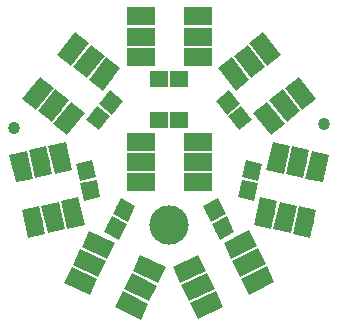
<source format=gbr>
G04 #@! TF.GenerationSoftware,KiCad,Pcbnew,no-vcs-found-5013ea2~58~ubuntu16.04.1*
G04 #@! TF.CreationDate,2017-05-17T13:22:10-06:00*
G04 #@! TF.ProjectId,HiBeam_8-pack_v02,48694265616D5F382D7061636B5F7630,rev?*
G04 #@! TF.FileFunction,Soldermask,Top*
G04 #@! TF.FilePolarity,Negative*
%FSLAX46Y46*%
G04 Gerber Fmt 4.6, Leading zero omitted, Abs format (unit mm)*
G04 Created by KiCad (PCBNEW no-vcs-found-5013ea2~58~ubuntu16.04.1) date Wed May 17 13:22:10 2017*
%MOMM*%
%LPD*%
G01*
G04 APERTURE LIST*
%ADD10C,0.100000*%
%ADD11C,1.500000*%
%ADD12R,2.400000X1.500000*%
%ADD13R,1.499820X1.398220*%
%ADD14C,1.398220*%
%ADD15C,1.035000*%
%ADD16C,3.321000*%
G04 APERTURE END LIST*
D10*
D11*
X139187795Y-107856849D03*
D10*
G36*
X140594332Y-107701432D02*
X139943843Y-109053048D01*
X137781258Y-108012266D01*
X138431747Y-106660650D01*
X140594332Y-107701432D01*
X140594332Y-107701432D01*
G37*
D11*
X139925015Y-106325018D03*
D10*
G36*
X141331552Y-106169601D02*
X140681063Y-107521217D01*
X138518478Y-106480435D01*
X139168967Y-105128819D01*
X141331552Y-106169601D01*
X141331552Y-106169601D01*
G37*
D11*
X140662236Y-104793187D03*
D10*
G36*
X142068773Y-104637770D02*
X141418284Y-105989386D01*
X139255699Y-104948604D01*
X139906188Y-103596988D01*
X142068773Y-104637770D01*
X142068773Y-104637770D01*
G37*
D11*
X144987405Y-106874751D03*
D10*
G36*
X143580868Y-107030168D02*
X144231357Y-105678552D01*
X146393942Y-106719334D01*
X145743453Y-108070950D01*
X143580868Y-107030168D01*
X143580868Y-107030168D01*
G37*
D11*
X144250185Y-108406582D03*
D10*
G36*
X142843648Y-108561999D02*
X143494137Y-107210383D01*
X145656722Y-108251165D01*
X145006233Y-109602781D01*
X142843648Y-108561999D01*
X142843648Y-108561999D01*
G37*
D11*
X143512964Y-109938413D03*
D10*
G36*
X142106427Y-110093830D02*
X142756916Y-108742214D01*
X144919501Y-109782996D01*
X144269012Y-111134612D01*
X142106427Y-110093830D01*
X142106427Y-110093830D01*
G37*
D11*
X149857036Y-109913013D03*
D10*
G36*
X150613084Y-108716814D02*
X151263573Y-110068430D01*
X149100988Y-111109212D01*
X148450499Y-109757596D01*
X150613084Y-108716814D01*
X150613084Y-108716814D01*
G37*
D11*
X149119815Y-108381182D03*
D10*
G36*
X149875863Y-107184983D02*
X150526352Y-108536599D01*
X148363767Y-109577381D01*
X147713278Y-108225765D01*
X149875863Y-107184983D01*
X149875863Y-107184983D01*
G37*
D11*
X148382595Y-106849351D03*
D10*
G36*
X149138643Y-105653152D02*
X149789132Y-107004768D01*
X147626547Y-108045550D01*
X146976058Y-106693934D01*
X149138643Y-105653152D01*
X149138643Y-105653152D01*
G37*
D11*
X152707764Y-104767787D03*
D10*
G36*
X151951716Y-105963986D02*
X151301227Y-104612370D01*
X153463812Y-103571588D01*
X154114301Y-104923204D01*
X151951716Y-105963986D01*
X151951716Y-105963986D01*
G37*
D11*
X153444985Y-106299618D03*
D10*
G36*
X152688937Y-107495817D02*
X152038448Y-106144201D01*
X154201033Y-105103419D01*
X154851522Y-106455035D01*
X152688937Y-107495817D01*
X152688937Y-107495817D01*
G37*
D11*
X154182205Y-107831449D03*
D10*
G36*
X153426157Y-109027648D02*
X152775668Y-107676032D01*
X154938253Y-106635250D01*
X155588742Y-107986866D01*
X153426157Y-109027648D01*
X153426157Y-109027648D01*
G37*
D11*
X158148838Y-102869191D03*
D10*
G36*
X157683334Y-101532850D02*
X159146058Y-101865173D01*
X158614342Y-104205532D01*
X157151618Y-103873209D01*
X157683334Y-101532850D01*
X157683334Y-101532850D01*
G37*
D11*
X156491084Y-102492557D03*
D10*
G36*
X156025580Y-101156216D02*
X157488304Y-101488539D01*
X156956588Y-103828898D01*
X155493864Y-103496575D01*
X156025580Y-101156216D01*
X156025580Y-101156216D01*
G37*
D11*
X154833330Y-102115926D03*
D10*
G36*
X154367826Y-100779585D02*
X155830550Y-101111908D01*
X155298834Y-103452267D01*
X153836110Y-103119944D01*
X154367826Y-100779585D01*
X154367826Y-100779585D01*
G37*
D11*
X155896762Y-97435209D03*
D10*
G36*
X156362266Y-98771550D02*
X154899542Y-98439227D01*
X155431258Y-96098868D01*
X156893982Y-96431191D01*
X156362266Y-98771550D01*
X156362266Y-98771550D01*
G37*
D11*
X157554516Y-97811843D03*
D10*
G36*
X158020020Y-99148184D02*
X156557296Y-98815861D01*
X157089012Y-96475502D01*
X158551736Y-96807825D01*
X158020020Y-99148184D01*
X158020020Y-99148184D01*
G37*
D11*
X159212270Y-98188474D03*
D10*
G36*
X159677774Y-99524815D02*
X158215050Y-99192492D01*
X158746766Y-96852133D01*
X160209490Y-97184456D01*
X159677774Y-99524815D01*
X159677774Y-99524815D01*
G37*
D11*
X157789869Y-91980585D03*
D10*
G36*
X156455895Y-91508341D02*
X157629808Y-90574569D01*
X159123843Y-92452829D01*
X157949930Y-93386601D01*
X156455895Y-91508341D01*
X156455895Y-91508341D01*
G37*
D11*
X156459435Y-93038860D03*
D10*
G36*
X155125461Y-92566616D02*
X156299374Y-91632844D01*
X157793409Y-93511104D01*
X156619496Y-94444876D01*
X155125461Y-92566616D01*
X155125461Y-92566616D01*
G37*
D11*
X155129001Y-94097134D03*
D10*
G36*
X153795027Y-93624890D02*
X154968940Y-92691118D01*
X156462975Y-94569378D01*
X155289062Y-95503150D01*
X153795027Y-93624890D01*
X153795027Y-93624890D01*
G37*
D11*
X152140931Y-90340615D03*
D10*
G36*
X153474905Y-90812859D02*
X152300992Y-91746631D01*
X150806957Y-89868371D01*
X151980870Y-88934599D01*
X153474905Y-90812859D01*
X153474905Y-90812859D01*
G37*
D11*
X153471365Y-89282340D03*
D10*
G36*
X154805339Y-89754584D02*
X153631426Y-90688356D01*
X152137391Y-88810096D01*
X153311304Y-87876324D01*
X154805339Y-89754584D01*
X154805339Y-89754584D01*
G37*
D11*
X154801799Y-88224066D03*
D10*
G36*
X156135773Y-88696310D02*
X154961860Y-89630082D01*
X153467825Y-87751822D01*
X154641738Y-86818050D01*
X156135773Y-88696310D01*
X156135773Y-88696310D01*
G37*
D12*
X149085000Y-85472800D03*
X149085000Y-87172800D03*
X149085000Y-88872800D03*
X144285000Y-88872800D03*
X144285000Y-87172800D03*
X144285000Y-85472800D03*
D11*
X138542801Y-88224066D03*
D10*
G36*
X138382740Y-89630082D02*
X137208827Y-88696310D01*
X138702862Y-86818050D01*
X139876775Y-87751822D01*
X138382740Y-89630082D01*
X138382740Y-89630082D01*
G37*
D11*
X139873235Y-89282340D03*
D10*
G36*
X139713174Y-90688356D02*
X138539261Y-89754584D01*
X140033296Y-87876324D01*
X141207209Y-88810096D01*
X139713174Y-90688356D01*
X139713174Y-90688356D01*
G37*
D11*
X141203669Y-90340615D03*
D10*
G36*
X141043608Y-91746631D02*
X139869695Y-90812859D01*
X141363730Y-88934599D01*
X142537643Y-89868371D01*
X141043608Y-91746631D01*
X141043608Y-91746631D01*
G37*
D11*
X138215599Y-94097134D03*
D10*
G36*
X138375660Y-92691118D02*
X139549573Y-93624890D01*
X138055538Y-95503150D01*
X136881625Y-94569378D01*
X138375660Y-92691118D01*
X138375660Y-92691118D01*
G37*
D11*
X136885165Y-93038860D03*
D10*
G36*
X137045226Y-91632844D02*
X138219139Y-92566616D01*
X136725104Y-94444876D01*
X135551191Y-93511104D01*
X137045226Y-91632844D01*
X137045226Y-91632844D01*
G37*
D11*
X135554731Y-91980585D03*
D10*
G36*
X135714792Y-90574569D02*
X136888705Y-91508341D01*
X135394670Y-93386601D01*
X134220757Y-92452829D01*
X135714792Y-90574569D01*
X135714792Y-90574569D01*
G37*
D11*
X134132330Y-98188474D03*
D10*
G36*
X135129550Y-99192492D02*
X133666826Y-99524815D01*
X133135110Y-97184456D01*
X134597834Y-96852133D01*
X135129550Y-99192492D01*
X135129550Y-99192492D01*
G37*
D11*
X135790084Y-97811843D03*
D10*
G36*
X136787304Y-98815861D02*
X135324580Y-99148184D01*
X134792864Y-96807825D01*
X136255588Y-96475502D01*
X136787304Y-98815861D01*
X136787304Y-98815861D01*
G37*
D11*
X137447838Y-97435209D03*
D10*
G36*
X138445058Y-98439227D02*
X136982334Y-98771550D01*
X136450618Y-96431191D01*
X137913342Y-96098868D01*
X138445058Y-98439227D01*
X138445058Y-98439227D01*
G37*
D11*
X138511270Y-102115926D03*
D10*
G36*
X137514050Y-101111908D02*
X138976774Y-100779585D01*
X139508490Y-103119944D01*
X138045766Y-103452267D01*
X137514050Y-101111908D01*
X137514050Y-101111908D01*
G37*
D11*
X136853516Y-102492557D03*
D10*
G36*
X135856296Y-101488539D02*
X137319020Y-101156216D01*
X137850736Y-103496575D01*
X136388012Y-103828898D01*
X135856296Y-101488539D01*
X135856296Y-101488539D01*
G37*
D11*
X135195762Y-102869191D03*
D10*
G36*
X134198542Y-101865173D02*
X135661266Y-101532850D01*
X136192982Y-103873209D01*
X134730258Y-104205532D01*
X134198542Y-101865173D01*
X134198542Y-101865173D01*
G37*
D12*
X144285000Y-99490000D03*
X144285000Y-97790000D03*
X144285000Y-96090000D03*
X149085000Y-96090000D03*
X149085000Y-97790000D03*
X149085000Y-99490000D03*
D13*
X147533360Y-94234000D03*
X145836640Y-94234000D03*
D14*
X140014953Y-100166678D03*
D10*
G36*
X139167075Y-99590291D02*
X140530548Y-99280517D01*
X140862831Y-100743065D01*
X139499358Y-101052839D01*
X139167075Y-99590291D01*
X139167075Y-99590291D01*
G37*
D14*
X139639047Y-98512122D03*
D10*
G36*
X138791169Y-97935735D02*
X140154642Y-97625961D01*
X140486925Y-99088509D01*
X139123452Y-99398283D01*
X138791169Y-97935735D01*
X138791169Y-97935735D01*
G37*
D14*
X140670483Y-94085133D03*
D10*
G36*
X140590184Y-93063041D02*
X141684442Y-93933454D01*
X140750782Y-95107225D01*
X139656524Y-94236812D01*
X140590184Y-93063041D01*
X140590184Y-93063041D01*
G37*
D14*
X141726717Y-92757267D03*
D10*
G36*
X141646418Y-91735175D02*
X142740676Y-92605588D01*
X141807016Y-93779359D01*
X140712758Y-92908946D01*
X141646418Y-91735175D01*
X141646418Y-91735175D01*
G37*
D13*
X145836640Y-90779600D03*
X147533360Y-90779600D03*
D14*
X151643283Y-92757267D03*
D10*
G36*
X152657242Y-92908946D02*
X151562984Y-93779359D01*
X150629324Y-92605588D01*
X151723582Y-91735175D01*
X152657242Y-92908946D01*
X152657242Y-92908946D01*
G37*
D14*
X152699517Y-94085133D03*
D10*
G36*
X153713476Y-94236812D02*
X152619218Y-95107225D01*
X151685558Y-93933454D01*
X152779816Y-93063041D01*
X153713476Y-94236812D01*
X153713476Y-94236812D01*
G37*
D14*
X153705553Y-98512122D03*
D10*
G36*
X154221148Y-99398283D02*
X152857675Y-99088509D01*
X153189958Y-97625961D01*
X154553431Y-97935735D01*
X154221148Y-99398283D01*
X154221148Y-99398283D01*
G37*
D14*
X153329647Y-100166678D03*
D10*
G36*
X153845242Y-101052839D02*
X152481769Y-100743065D01*
X152814052Y-99280517D01*
X154177525Y-99590291D01*
X153845242Y-101052839D01*
X153845242Y-101052839D01*
G37*
D14*
X151243899Y-103380438D03*
D10*
G36*
X150288742Y-103007887D02*
X151548646Y-102401536D01*
X152199056Y-103752989D01*
X150939152Y-104359340D01*
X150288742Y-103007887D01*
X150288742Y-103007887D01*
G37*
D14*
X150508101Y-101851562D03*
D10*
G36*
X149552944Y-101479011D02*
X150812848Y-100872660D01*
X151463258Y-102224113D01*
X150203354Y-102830464D01*
X149552944Y-101479011D01*
X149552944Y-101479011D01*
G37*
D14*
X142861899Y-101851562D03*
D10*
G36*
X143166646Y-102830464D02*
X141906742Y-102224113D01*
X142557152Y-100872660D01*
X143817056Y-101479011D01*
X143166646Y-102830464D01*
X143166646Y-102830464D01*
G37*
D14*
X142126101Y-103380438D03*
D10*
G36*
X142430848Y-104359340D02*
X141170944Y-103752989D01*
X141821354Y-102401536D01*
X143081258Y-103007887D01*
X142430848Y-104359340D01*
X142430848Y-104359340D01*
G37*
D15*
X133553200Y-94894400D03*
X159766000Y-94615000D03*
D16*
X146685000Y-103124000D03*
M02*

</source>
